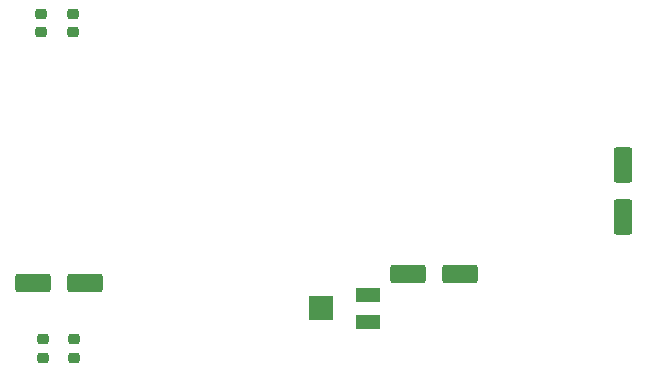
<source format=gbr>
%TF.GenerationSoftware,KiCad,Pcbnew,6.0.11+dfsg-1~bpo11+1*%
%TF.CreationDate,2023-07-10T22:14:43+02:00*%
%TF.ProjectId,motor_board_v3,6d6f746f-725f-4626-9f61-72645f76332e,rev?*%
%TF.SameCoordinates,PX87037a0PY50412a8*%
%TF.FileFunction,Paste,Top*%
%TF.FilePolarity,Positive*%
%FSLAX46Y46*%
G04 Gerber Fmt 4.6, Leading zero omitted, Abs format (unit mm)*
G04 Created by KiCad (PCBNEW 6.0.11+dfsg-1~bpo11+1) date 2023-07-10 22:14:43*
%MOMM*%
%LPD*%
G01*
G04 APERTURE LIST*
G04 Aperture macros list*
%AMRoundRect*
0 Rectangle with rounded corners*
0 $1 Rounding radius*
0 $2 $3 $4 $5 $6 $7 $8 $9 X,Y pos of 4 corners*
0 Add a 4 corners polygon primitive as box body*
4,1,4,$2,$3,$4,$5,$6,$7,$8,$9,$2,$3,0*
0 Add four circle primitives for the rounded corners*
1,1,$1+$1,$2,$3*
1,1,$1+$1,$4,$5*
1,1,$1+$1,$6,$7*
1,1,$1+$1,$8,$9*
0 Add four rect primitives between the rounded corners*
20,1,$1+$1,$2,$3,$4,$5,0*
20,1,$1+$1,$4,$5,$6,$7,0*
20,1,$1+$1,$6,$7,$8,$9,0*
20,1,$1+$1,$8,$9,$2,$3,0*%
G04 Aperture macros list end*
%ADD10RoundRect,0.218750X0.256250X-0.218750X0.256250X0.218750X-0.256250X0.218750X-0.256250X-0.218750X0*%
%ADD11RoundRect,0.218750X-0.256250X0.218750X-0.256250X-0.218750X0.256250X-0.218750X0.256250X0.218750X0*%
%ADD12RoundRect,0.250000X1.250000X0.550000X-1.250000X0.550000X-1.250000X-0.550000X1.250000X-0.550000X0*%
%ADD13RoundRect,0.250000X-1.250000X-0.550000X1.250000X-0.550000X1.250000X0.550000X-1.250000X0.550000X0*%
%ADD14R,2.000000X1.300000*%
%ADD15R,2.000000X2.000000*%
%ADD16RoundRect,0.250000X0.550000X-1.250000X0.550000X1.250000X-0.550000X1.250000X-0.550000X-1.250000X0*%
G04 APERTURE END LIST*
D10*
%TO.C,D2*%
X-4539000Y-26616500D03*
X-4539000Y-25041500D03*
%TD*%
D11*
%TO.C,D3*%
X-4666000Y2517500D03*
X-4666000Y942500D03*
%TD*%
D12*
%TO.C,C3*%
X28141000Y-19479000D03*
X23741000Y-19479000D03*
%TD*%
D11*
%TO.C,D8*%
X-7333000Y2517500D03*
X-7333000Y942500D03*
%TD*%
D13*
%TO.C,C5*%
X-8009000Y-20241000D03*
X-3609000Y-20241000D03*
%TD*%
D14*
%TO.C,RV1*%
X20321000Y-23550000D03*
D15*
X16321000Y-22400000D03*
D14*
X20321000Y-21250000D03*
%TD*%
D10*
%TO.C,D1*%
X-7206000Y-26616500D03*
X-7206000Y-25041500D03*
%TD*%
D16*
%TO.C,C31*%
X41943000Y-14694000D03*
X41943000Y-10294000D03*
%TD*%
M02*

</source>
